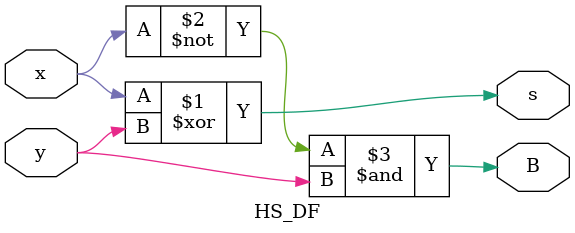
<source format=v>
`timescale 1ns / 1ps

module HS_DF(x,y,s,B);

input x,y;
output s,B;



assign s=x^y;
assign B=(~x)&y;


endmodule


</source>
